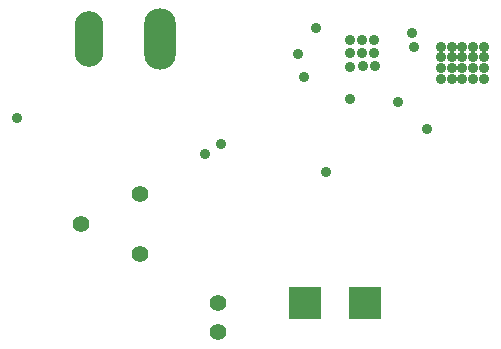
<source format=gbs>
G04*
G04 #@! TF.GenerationSoftware,Altium Limited,Altium Designer,20.0.2 (26)*
G04*
G04 Layer_Color=16711935*
%FSLAX44Y44*%
%MOMM*%
G71*
G01*
G75*
%ADD30C,1.4032*%
%ADD31R,2.7032X2.7032*%
%ADD32O,2.7032X5.2032*%
%ADD33O,2.4532X4.7032*%
%ADD34C,0.9032*%
D30*
X123250Y94500D02*
D03*
Y145500D02*
D03*
X72750Y120000D02*
D03*
X189230Y28140D02*
D03*
Y53140D02*
D03*
D31*
X313690Y53340D02*
D03*
X262890D02*
D03*
D32*
X140010Y276860D02*
D03*
D33*
X80010D02*
D03*
D34*
X311540Y253365D02*
D03*
X301135Y253175D02*
D03*
X310905Y264478D02*
D03*
X300500Y264287D02*
D03*
X321945Y253365D02*
D03*
X300500Y275400D02*
D03*
X321310Y275590D02*
D03*
X366000Y200000D02*
D03*
X272170Y285830D02*
D03*
X355000Y270000D02*
D03*
X378000Y243000D02*
D03*
X405000D02*
D03*
X396000D02*
D03*
X387000D02*
D03*
X378000Y252000D02*
D03*
X405000D02*
D03*
X396000D02*
D03*
X387000D02*
D03*
X378000Y261000D02*
D03*
X405000D02*
D03*
X396000D02*
D03*
X387000D02*
D03*
X414020Y243000D02*
D03*
Y270000D02*
D03*
X387000Y270000D02*
D03*
X396000D02*
D03*
X405000D02*
D03*
X378000D02*
D03*
X414020Y261000D02*
D03*
Y252000D02*
D03*
X310905Y275590D02*
D03*
X321310Y264478D02*
D03*
X256540Y264160D02*
D03*
X177800Y179070D02*
D03*
X191770Y187960D02*
D03*
X300990Y226060D02*
D03*
X262070Y244660D02*
D03*
X280670Y163830D02*
D03*
X353060Y281940D02*
D03*
X341630Y223520D02*
D03*
X19050Y209550D02*
D03*
M02*

</source>
